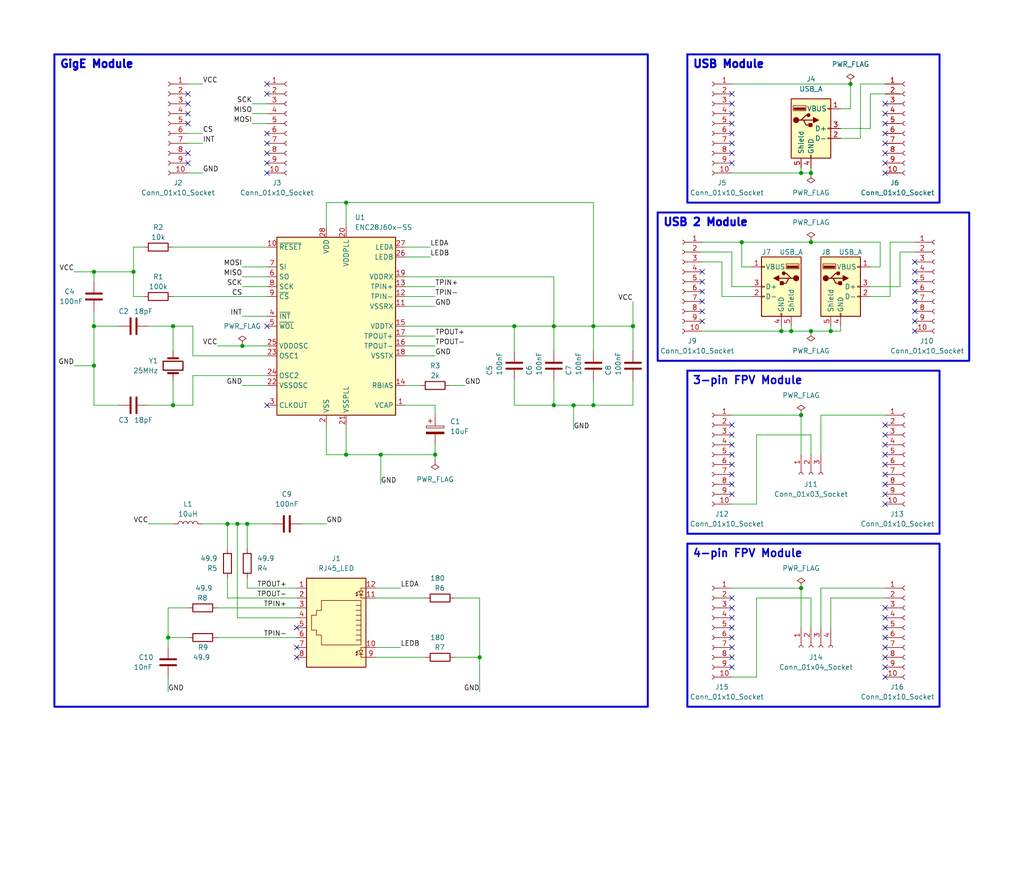
<source format=kicad_sch>
(kicad_sch (version 20230121) (generator eeschema)
  (paper "User" 262.992 227.99)
  (title_block (title "Modular Interfaces for Bitcraze Crazyflie 2.0") (date "2023-10-04") (company "Jose Ignacio Granados Marín") (comment 1 "Desarrollo de un vehículo aéreo no tripulado modular de bajo costo") (comment 2 "Trabajo Final de Graduación") (comment 3 "Área Académica de Ingeniería en Computadores") (comment 4 "Instituto Tecnológico de Costa Rica"))
  (lib_symbols
    (symbol "Connector:Conn_01x03_Socket" (pin_names (offset 1.016) hide)
      (property "Reference" "J" (at 0 5.08 0))
      (property "Value" "Conn_01x03_Socket" (at 0 -5.08 0))
      (symbol "Conn_01x03_Socket_1_1"
        (arc (start 0 -2.032) (mid -0.5058 -2.54) (end 0 -3.048) (stroke (width 0.1524)))
        (polyline (pts (xy -1.27 -2.54) (xy -0.508 -2.54)) (stroke (width 0.1524)))
        (polyline (pts (xy -1.27 0) (xy -0.508 0)) (stroke (width 0.1524)))
        (polyline (pts (xy -1.27 2.54) (xy -0.508 2.54)) (stroke (width 0.1524)))
        (arc (start 0 0.508) (mid -0.5058 0) (end 0 -0.508) (stroke (width 0.1524)))
        (arc (start 0 3.048) (mid -0.5058 2.54) (end 0 2.032) (stroke (width 0.1524)))
        (pin passive line (at -5.08 2.54 0) (length 3.81) (name "Pin_1") (number "1"))
        (pin passive line (at -5.08 0 0) (length 3.81) (name "Pin_2") (number "2"))
        (pin passive line (at -5.08 -2.54 0) (length 3.81) (name "Pin_3") (number "3"))
      )
    )
    (symbol "Connector:Conn_01x04_Socket" (pin_names (offset 1.016) hide)
      (property "Reference" "J" (at 0 5.08 0))
      (property "Value" "Conn_01x04_Socket" (at 0 -7.62 0))
      (symbol "Conn_01x04_Socket_1_1"
        (arc (start 0 -4.572) (mid -0.5058 -5.08) (end 0 -5.588) (stroke (width 0.1524)))
        (arc (start 0 -2.032) (mid -0.5058 -2.54) (end 0 -3.048) (stroke (width 0.1524)))
        (polyline (pts (xy -1.27 -5.08) (xy -0.508 -5.08)) (stroke (width 0.1524)))
        (polyline (pts (xy -1.27 -2.54) (xy -0.508 -2.54)) (stroke (width 0.1524)))
        (polyline (pts (xy -1.27 0) (xy -0.508 0)) (stroke (width 0.1524)))
        (polyline (pts (xy -1.27 2.54) (xy -0.508 2.54)) (stroke (width 0.1524)))
        (arc (start 0 0.508) (mid -0.5058 0) (end 0 -0.508) (stroke (width 0.1524)))
        (arc (start 0 3.048) (mid -0.5058 2.54) (end 0 2.032) (stroke (width 0.1524)))
        (pin passive line (at -5.08 2.54 0) (length 3.81) (name "Pin_1") (number "1"))
        (pin passive line (at -5.08 0 0) (length 3.81) (name "Pin_2") (number "2"))
        (pin passive line (at -5.08 -2.54 0) (length 3.81) (name "Pin_3") (number "3"))
        (pin passive line (at -5.08 -5.08 0) (length 3.81) (name "Pin_4") (number "4"))
      )
    )
    (symbol "Connector:Conn_01x10_Socket" (pin_names (offset 1.016) hide)
      (property "Reference" "J" (at 0 12.7 0))
      (property "Value" "Conn_01x10_Socket" (at 0 -15.24 0))
      (symbol "Conn_01x10_Socket_1_1"
        (arc (start 0 -12.192) (mid -0.5058 -12.7) (end 0 -13.208) (stroke (width 0.1524)))
        (arc (start 0 -9.652) (mid -0.5058 -10.16) (end 0 -10.668) (stroke (width 0.1524)))
        (arc (start 0 -7.112) (mid -0.5058 -7.62) (end 0 -8.128) (stroke (width 0.1524)))
        (arc (start 0 -4.572) (mid -0.5058 -5.08) (end 0 -5.588) (stroke (width 0.1524)))
        (arc (start 0 -2.032) (mid -0.5058 -2.54) (end 0 -3.048) (stroke (width 0.1524)))
        (polyline (pts (xy -1.27 -12.7) (xy -0.508 -12.7)) (stroke (width 0.1524)))
        (polyline (pts (xy -1.27 -10.16) (xy -0.508 -10.16)) (stroke (width 0.1524)))
        (polyline (pts (xy -1.27 -7.62) (xy -0.508 -7.62)) (stroke (width 0.1524)))
        (polyline (pts (xy -1.27 -5.08) (xy -0.508 -5.08)) (stroke (width 0.1524)))
        (polyline (pts (xy -1.27 -2.54) (xy -0.508 -2.54)) (stroke (width 0.1524)))
        (polyline (pts (xy -1.27 0) (xy -0.508 0)) (stroke (width 0.1524)))
        (polyline (pts (xy -1.27 2.54) (xy -0.508 2.54)) (stroke (width 0.1524)))
        (polyline (pts (xy -1.27 5.08) (xy -0.508 5.08)) (stroke (width 0.1524)))
        (polyline (pts (xy -1.27 7.62) (xy -0.508 7.62)) (stroke (width 0.1524)))
        (polyline (pts (xy -1.27 10.16) (xy -0.508 10.16)) (stroke (width 0.1524)))
        (arc (start 0 0.508) (mid -0.5058 0) (end 0 -0.508) (stroke (width 0.1524)))
        (arc (start 0 3.048) (mid -0.5058 2.54) (end 0 2.032) (stroke (width 0.1524)))
        (arc (start 0 5.588) (mid -0.5058 5.08) (end 0 4.572) (stroke (width 0.1524)))
        (arc (start 0 8.128) (mid -0.5058 7.62) (end 0 7.112) (stroke (width 0.1524)))
        (arc (start 0 10.668) (mid -0.5058 10.16) (end 0 9.652) (stroke (width 0.1524)))
        (pin passive line (at -5.08 10.16 0) (length 3.81) (name "Pin_1") (number "1"))
        (pin passive line (at -5.08 -12.7 0) (length 3.81) (name "Pin_10") (number "10"))
        (pin passive line (at -5.08 7.62 0) (length 3.81) (name "Pin_2") (number "2"))
        (pin passive line (at -5.08 5.08 0) (length 3.81) (name "Pin_3") (number "3"))
        (pin passive line (at -5.08 2.54 0) (length 3.81) (name "Pin_4") (number "4"))
        (pin passive line (at -5.08 0 0) (length 3.81) (name "Pin_5") (number "5"))
        (pin passive line (at -5.08 -2.54 0) (length 3.81) (name "Pin_6") (number "6"))
        (pin passive line (at -5.08 -5.08 0) (length 3.81) (name "Pin_7") (number "7"))
        (pin passive line (at -5.08 -7.62 0) (length 3.81) (name "Pin_8") (number "8"))
        (pin passive line (at -5.08 -10.16 0) (length 3.81) (name "Pin_9") (number "9"))
      )
    )
    (symbol "Connector:RJ45_LED" (pin_names (offset 1.016))
      (property "Reference" "J" (at -5.08 13.97 0))
      (property "Value" "RJ45_LED" (at 1.27 13.97 0))
      (symbol "RJ45_LED_0_1"
        (polyline (pts (xy -7.62 -7.62) (xy -6.35 -7.62)))
        (polyline (pts (xy -7.62 -5.08) (xy -6.35 -5.08)))
        (polyline (pts (xy -7.62 7.62) (xy -6.35 7.62)))
        (polyline (pts (xy -7.62 10.16) (xy -6.35 10.16)))
        (polyline (pts (xy -6.858 -5.842) (xy -5.842 -5.842)))
        (polyline (pts (xy -6.858 9.398) (xy -5.842 9.398)))
        (polyline (pts (xy -6.35 -7.62) (xy -6.35 -6.858)))
        (polyline (pts (xy -6.35 -5.08) (xy -6.35 -5.842)))
        (polyline (pts (xy -6.35 7.62) (xy -6.35 8.382)))
        (polyline (pts (xy -6.35 10.16) (xy -6.35 9.398)))
        (polyline (pts (xy -5.08 -6.223) (xy -5.207 -6.604)))
        (polyline (pts (xy -5.08 -5.588) (xy -5.207 -5.969)))
        (polyline (pts (xy -5.08 4.445) (xy -6.35 4.445)))
        (polyline (pts (xy -5.08 5.715) (xy -6.35 5.715)))
        (polyline (pts (xy -5.08 9.017) (xy -5.207 8.636)))
        (polyline (pts (xy -5.08 9.652) (xy -5.207 9.271)))
        (polyline (pts (xy -6.35 -3.175) (xy -5.08 -3.175) (xy -5.08 -3.175)))
        (polyline (pts (xy -6.35 -1.905) (xy -5.08 -1.905) (xy -5.08 -1.905)))
        (polyline (pts (xy -6.35 -0.635) (xy -5.08 -0.635) (xy -5.08 -0.635)))
        (polyline (pts (xy -6.35 0.635) (xy -5.08 0.635) (xy -5.08 0.635)))
        (polyline (pts (xy -6.35 1.905) (xy -5.08 1.905) (xy -5.08 1.905)))
        (polyline (pts (xy -5.588 -6.731) (xy -5.08 -6.223) (xy -5.461 -6.35)))
        (polyline (pts (xy -5.588 -6.096) (xy -5.08 -5.588) (xy -5.461 -5.715)))
        (polyline (pts (xy -5.588 8.509) (xy -5.08 9.017) (xy -5.461 8.89)))
        (polyline (pts (xy -5.588 9.144) (xy -5.08 9.652) (xy -5.461 9.525)))
        (polyline (pts (xy -5.08 3.175) (xy -6.35 3.175) (xy -6.35 3.175)))
        (polyline (pts (xy -6.35 -5.842) (xy -6.858 -6.858) (xy -5.842 -6.858) (xy -6.35 -5.842)))
        (polyline (pts (xy -6.35 9.398) (xy -6.858 8.382) (xy -5.842 8.382) (xy -6.35 9.398)))
        (polyline (pts (xy -6.35 -4.445) (xy -6.35 6.985) (xy 3.81 6.985) (xy 3.81 4.445) (xy 5.08 4.445) (xy 5.08 3.175) (xy 6.35 3.175) (xy 6.35 -0.635) (xy 5.08 -0.635) (xy 5.08 -1.905) (xy 3.81 -1.905) (xy 3.81 -4.445) (xy -6.35 -4.445) (xy -6.35 -4.445)))
        (rectangle (start 7.62 12.7) (end -7.62 -10.16) (stroke (width 0.254)) (fill (type background)))
      )
      (symbol "RJ45_LED_1_1"
        (pin passive line (at 10.16 -7.62 180) (length 2.54) (name "~") (number "1"))
        (pin passive line (at -10.16 7.62 0) (length 2.54) (name "~") (number "10"))
        (pin passive line (at -10.16 -5.08 0) (length 2.54) (name "~") (number "11"))
        (pin passive line (at -10.16 -7.62 0) (length 2.54) (name "~") (number "12"))
        (pin passive line (at 10.16 -5.08 180) (length 2.54) (name "~") (number "2"))
        (pin passive line (at 10.16 -2.54 180) (length 2.54) (name "~") (number "3"))
        (pin passive line (at 10.16 0 180) (length 2.54) (name "~") (number "4"))
        (pin passive line (at 10.16 2.54 180) (length 2.54) (name "~") (number "5"))
        (pin passive line (at 10.16 5.08 180) (length 2.54) (name "~") (number "6"))
        (pin passive line (at 10.16 7.62 180) (length 2.54) (name "~") (number "7"))
        (pin passive line (at 10.16 10.16 180) (length 2.54) (name "~") (number "8"))
        (pin passive line (at -10.16 10.16 0) (length 2.54) (name "~") (number "9"))
      )
    )
    (symbol "Connector:USB_A" (pin_names (offset 1.016))
      (property "Reference" "J" (at -5.08 11.43 0))
      (property "Value" "USB_A" (at -5.08 8.89 0))
      (symbol "USB_A_0_1"
        (rectangle (start -5.08 -7.62) (end 5.08 7.62) (stroke (width 0.254)) (fill (type background)))
        (circle (center -3.81 2.159) (radius 0.635) (stroke (width 0.254)) (fill (type outline)))
        (rectangle (start -1.524 4.826) (end -4.318 5.334) (fill (type outline)))
        (rectangle (start -1.27 4.572) (end -4.572 5.842))
        (circle (center -0.635 3.429) (radius 0.381) (stroke (width 0.254)) (fill (type outline)))
        (rectangle (start -0.127 -7.62) (end 0.127 -6.858))
        (polyline (pts (xy -3.175 2.159) (xy -2.54 2.159) (xy -1.27 3.429) (xy -0.635 3.429)) (stroke (width 0.254)))
        (polyline (pts (xy -2.54 2.159) (xy -1.905 2.159) (xy -1.27 0.889) (xy 0 0.889)) (stroke (width 0.254)))
        (polyline (pts (xy 0.635 2.794) (xy 0.635 1.524) (xy 1.905 2.159) (xy 0.635 2.794)) (stroke (width 0.254)) (fill (type outline)))
        (rectangle (start 0.254 1.27) (end -0.508 0.508) (stroke (width 0.254)) (fill (type outline)))
        (rectangle (start 5.08 -2.667) (end 4.318 -2.413))
        (rectangle (start 5.08 -0.127) (end 4.318 0.127))
        (rectangle (start 5.08 4.953) (end 4.318 5.207))
      )
      (symbol "USB_A_1_1"
        (polyline (pts (xy -1.905 2.159) (xy 0.635 2.159)) (stroke (width 0.254)))
        (pin power_in line (at 7.62 5.08 180) (length 2.54) (name "VBUS") (number "1"))
        (pin bidirectional line (at 7.62 -2.54 180) (length 2.54) (name "D-") (number "2"))
        (pin bidirectional line (at 7.62 0 180) (length 2.54) (name "D+") (number "3"))
        (pin power_in line (at 0 -10.16 90) (length 2.54) (name "GND") (number "4"))
        (pin passive line (at -2.54 -10.16 90) (length 2.54) (name "Shield") (number "5"))
      )
    )
    (symbol "Device:C" (pin_numbers hide) (pin_names (offset 0.254))
      (property "Reference" "C" (at 0.635 2.54 0))
      (property "Value" "C" (at 0.635 -2.54 0))
      (symbol "C_0_1"
        (polyline (pts (xy -2.032 -0.762) (xy 2.032 -0.762)) (stroke (width 0.508)))
        (polyline (pts (xy -2.032 0.762) (xy 2.032 0.762)) (stroke (width 0.508)))
      )
      (symbol "C_1_1"
        (pin passive line (at 0 3.81 270) (length 2.794) (name "~") (number "1"))
        (pin passive line (at 0 -3.81 90) (length 2.794) (name "~") (number "2"))
      )
    )
    (symbol "Device:C_Polarized" (pin_numbers hide) (pin_names (offset 0.254))
      (property "Reference" "C" (at 0.635 2.54 0))
      (property "Value" "C_Polarized" (at 0.635 -2.54 0))
      (symbol "C_Polarized_0_1"
        (rectangle (start -2.286 0.508) (end 2.286 1.016))
        (polyline (pts (xy -1.778 2.286) (xy -0.762 2.286)))
        (polyline (pts (xy -1.27 2.794) (xy -1.27 1.778)))
        (rectangle (start 2.286 -0.508) (end -2.286 -1.016) (fill (type outline)))
      )
      (symbol "C_Polarized_1_1"
        (pin passive line (at 0 3.81 270) (length 2.794) (name "~") (number "1"))
        (pin passive line (at 0 -3.81 90) (length 2.794) (name "~") (number "2"))
      )
    )
    (symbol "Device:Crystal" (pin_numbers hide) (pin_names (offset 1.016) hide)
      (property "Reference" "Y" (at 0 3.81 0))
      (property "Value" "Crystal" (at 0 -3.81 0))
      (symbol "Crystal_0_1"
        (rectangle (start -1.143 2.54) (end 1.143 -2.54) (stroke (width 0.3048)))
        (polyline (pts (xy -2.54 0) (xy -1.905 0)))
        (polyline (pts (xy -1.905 -1.27) (xy -1.905 1.27)) (stroke (width 0.508)))
        (polyline (pts (xy 1.905 -1.27) (xy 1.905 1.27)) (stroke (width 0.508)))
        (polyline (pts (xy 2.54 0) (xy 1.905 0)))
      )
      (symbol "Crystal_1_1"
        (pin passive line (at -3.81 0 0) (length 1.27) (name "1") (number "1"))
        (pin passive line (at 3.81 0 180) (length 1.27) (name "2") (number "2"))
      )
    )
    (symbol "Device:L" (pin_numbers hide) (pin_names (offset 1.016) hide)
      (property "Reference" "L" (at -1.27 0 90))
      (property "Value" "L" (at 1.905 0 90))
      (symbol "L_0_1"
        (arc (start 0 -2.54) (mid 0.6323 -1.905) (end 0 -1.27))
        (arc (start 0 -1.27) (mid 0.6323 -0.635) (end 0 0))
        (arc (start 0 0) (mid 0.6323 0.635) (end 0 1.27))
        (arc (start 0 1.27) (mid 0.6323 1.905) (end 0 2.54))
      )
      (symbol "L_1_1"
        (pin passive line (at 0 3.81 270) (length 1.27) (name "1") (number "1"))
        (pin passive line (at 0 -3.81 90) (length 1.27) (name "2") (number "2"))
      )
    )
    (symbol "Device:R" (pin_numbers hide) (pin_names (offset 0))
      (property "Reference" "R" (at 2.032 0 90))
      (property "Value" "R" (at 0 0 90))
      (symbol "R_0_1"
        (rectangle (start -1.016 -2.54) (end 1.016 2.54) (stroke (width 0.254)))
      )
      (symbol "R_1_1"
        (pin passive line (at 0 3.81 270) (length 1.27) (name "~") (number "1"))
        (pin passive line (at 0 -3.81 90) (length 1.27) (name "~") (number "2"))
      )
    )
    (symbol "Interface_Ethernet:ENC28J60x-SS"
      (property "Reference" "U" (at -13.97 24.13 0))
      (property "Value" "ENC28J60x-SS" (at 5.08 24.13 0))
      (symbol "ENC28J60x-SS_0_1"
        (rectangle (start -15.24 22.86) (end 15.24 -22.86) (stroke (width 0.254)) (fill (type background)))
      )
      (symbol "ENC28J60x-SS_1_1"
        (pin input line (at 17.78 -20.32 180) (length 2.54) (name "VCAP") (number "1"))
        (pin input line (at -17.78 20.32 0) (length 2.54) (name "~{RESET}") (number "10"))
        (pin power_in line (at 17.78 5.08 180) (length 2.54) (name "VSSRX") (number "11"))
        (pin input line (at 17.78 7.62 180) (length 2.54) (name "TPIN-") (number "12"))
        (pin input line (at 17.78 10.16 180) (length 2.54) (name "TPIN+") (number "13"))
        (pin input line (at 17.78 -15.24 180) (length 2.54) (name "RBIAS") (number "14"))
        (pin power_in line (at 17.78 0 180) (length 2.54) (name "VDDTX") (number "15"))
        (pin output line (at 17.78 -5.08 180) (length 2.54) (name "TPOUT-") (number "16"))
        (pin output line (at 17.78 -2.54 180) (length 2.54) (name "TPOUT+") (number "17"))
        (pin power_in line (at 17.78 -7.62 180) (length 2.54) (name "VSSTX") (number "18"))
        (pin power_in line (at 17.78 12.7 180) (length 2.54) (name "VDDRX") (number "19"))
        (pin power_in line (at -2.54 -25.4 90) (length 2.54) (name "VSS") (number "2"))
        (pin power_in line (at 2.54 25.4 270) (length 2.54) (name "VDDPLL") (number "20"))
        (pin power_in line (at 2.54 -25.4 90) (length 2.54) (name "VSSPLL") (number "21"))
        (pin power_in line (at -17.78 -15.24 0) (length 2.54) (name "VSSOSC") (number "22"))
        (pin input line (at -17.78 -7.62 0) (length 2.54) (name "OSC1") (number "23"))
        (pin input line (at -17.78 -12.7 0) (length 2.54) (name "OSC2") (number "24"))
        (pin power_in line (at -17.78 -5.08 0) (length 2.54) (name "VDDOSC") (number "25"))
        (pin output line (at 17.78 17.78 180) (length 2.54) (name "LEDB") (number "26"))
        (pin output line (at 17.78 20.32 180) (length 2.54) (name "LEDA") (number "27"))
        (pin power_in line (at -2.54 25.4 270) (length 2.54) (name "VDD") (number "28"))
        (pin output line (at -17.78 -20.32 0) (length 2.54) (name "CLKOUT") (number "3"))
        (pin output line (at -17.78 2.54 0) (length 2.54) (name "~{INT}") (number "4"))
        (pin output line (at -17.78 0 0) (length 2.54) (name "~{WOL}") (number "5"))
        (pin output line (at -17.78 12.7 0) (length 2.54) (name "SO") (number "6"))
        (pin input line (at -17.78 15.24 0) (length 2.54) (name "SI") (number "7"))
        (pin input line (at -17.78 10.16 0) (length 2.54) (name "SCK") (number "8"))
        (pin input line (at -17.78 7.62 0) (length 2.54) (name "~{CS}") (number "9"))
      )
    )
    (symbol "power:PWR_FLAG" (power) (pin_numbers hide) (pin_names (offset 0) hide)
      (property "Value" "PWR_FLAG" (at 0 3.81 0))
      (symbol "PWR_FLAG_0_0"
        (pin power_out line (at 0 0 90) (length 0) (name "pwr") (number "1"))
      )
      (symbol "PWR_FLAG_0_1"
        (polyline (pts (xy 0 0) (xy 0 1.27) (xy -1.016 1.905) (xy 0 2.54) (xy 1.016 1.905) (xy 0 1.27)))
      )
    )
  )
  (junction (at 88.9 52.07))
  (junction (at 24.13 69.85))
  (junction (at 24.13 83.82))
  (junction (at 205.74 106.68))
  (junction (at 142.24 104.14))
  (junction (at 44.45 104.14))
  (junction (at 200.66 85.09))
  (junction (at 152.4 104.14))
  (junction (at 142.24 83.82))
  (junction (at 152.4 83.82))
  (junction (at 111.76 116.84))
  (junction (at 43.18 163.83))
  (junction (at 63.5 134.62))
  (junction (at 208.28 44.45))
  (junction (at 44.45 83.82))
  (junction (at 213.36 85.09))
  (junction (at 34.29 69.85))
  (junction (at 123.19 168.91))
  (junction (at 24.13 93.98))
  (junction (at 208.28 85.09))
  (junction (at 218.44 21.59))
  (junction (at 205.74 151.13))
  (junction (at 208.28 62.23))
  (junction (at 97.79 116.84))
  (junction (at 190.5 62.23))
  (junction (at 58.42 134.62))
  (junction (at 147.32 104.14))
  (junction (at 132.08 83.82))
  (junction (at 60.96 134.62))
  (junction (at 162.56 83.82))
  (junction (at 62.23 88.9))
  (junction (at 88.9 116.84))
  (junction (at 205.74 44.45))
  (junction (at 203.2 85.09))
  (no_connect (at 227.33 173.99))
  (no_connect (at 227.33 129.54))
  (no_connect (at 68.58 44.45))
  (no_connect (at 187.96 171.45))
  (no_connect (at 76.2 168.91))
  (no_connect (at 227.33 171.45))
  (no_connect (at 187.96 124.46))
  (no_connect (at 187.96 39.37))
  (no_connect (at 227.33 39.37))
  (no_connect (at 227.33 121.92))
  (no_connect (at 68.58 34.29))
  (no_connect (at 48.26 24.13))
  (no_connect (at 180.34 80.01))
  (no_connect (at 227.33 41.91))
  (no_connect (at 187.96 114.3))
  (no_connect (at 227.33 114.3))
  (no_connect (at 68.58 39.37))
  (no_connect (at 187.96 168.91))
  (no_connect (at 227.33 29.21))
  (no_connect (at 234.95 74.93))
  (no_connect (at 227.33 109.22))
  (no_connect (at 180.34 69.85))
  (no_connect (at 187.96 153.67))
  (no_connect (at 227.33 158.75))
  (no_connect (at 227.33 34.29))
  (no_connect (at 48.26 39.37))
  (no_connect (at 187.96 31.75))
  (no_connect (at 68.58 41.91))
  (no_connect (at 68.58 104.14))
  (no_connect (at 187.96 41.91))
  (no_connect (at 187.96 127))
  (no_connect (at 76.2 161.29))
  (no_connect (at 234.95 85.09))
  (no_connect (at 180.34 74.93))
  (no_connect (at 227.33 163.83))
  (no_connect (at 68.58 24.13))
  (no_connect (at 187.96 116.84))
  (no_connect (at 76.2 166.37))
  (no_connect (at 234.95 77.47))
  (no_connect (at 48.26 26.67))
  (no_connect (at 227.33 36.83))
  (no_connect (at 234.95 67.31))
  (no_connect (at 227.33 127))
  (no_connect (at 68.58 83.82))
  (no_connect (at 227.33 31.75))
  (no_connect (at 227.33 124.46))
  (no_connect (at 48.26 41.91))
  (no_connect (at 227.33 26.67))
  (no_connect (at 187.96 24.13))
  (no_connect (at 227.33 44.45))
  (no_connect (at 227.33 119.38))
  (no_connect (at 180.34 77.47))
  (no_connect (at 187.96 163.83))
  (no_connect (at 234.95 69.85))
  (no_connect (at 187.96 29.21))
  (no_connect (at 187.96 161.29))
  (no_connect (at 227.33 116.84))
  (no_connect (at 187.96 36.83))
  (no_connect (at 187.96 111.76))
  (no_connect (at 180.34 72.39))
  (no_connect (at 68.58 36.83))
  (no_connect (at 227.33 161.29))
  (no_connect (at 187.96 119.38))
  (no_connect (at 227.33 111.76))
  (no_connect (at 68.58 21.59))
  (no_connect (at 187.96 26.67))
  (no_connect (at 234.95 72.39))
  (no_connect (at 227.33 168.91))
  (no_connect (at 227.33 166.37))
  (no_connect (at 187.96 166.37))
  (no_connect (at 234.95 80.01))
  (no_connect (at 48.26 29.21))
  (no_connect (at 234.95 82.55))
  (no_connect (at 180.34 82.55))
  (no_connect (at 187.96 34.29))
  (no_connect (at 187.96 109.22))
  (no_connect (at 187.96 121.92))
  (no_connect (at 48.26 31.75))
  (no_connect (at 227.33 156.21))
  (no_connect (at 187.96 156.21))
  (no_connect (at 187.96 158.75))
  (wire (pts (xy 44.45 76.2) (xy 68.58 76.2)))
  (wire (pts (xy 220.98 35.56) (xy 220.98 21.59)))
  (wire (pts (xy 97.79 116.84) (xy 97.79 124.46)))
  (wire (pts (xy 193.04 73.66) (xy 187.96 73.66)))
  (wire (pts (xy 44.45 83.82) (xy 38.1 83.82)))
  (wire (pts (xy 48.26 44.45) (xy 52.07 44.45)))
  (wire (pts (xy 210.82 151.13) (xy 227.33 151.13)))
  (wire (pts (xy 132.08 90.17) (xy 132.08 83.82)))
  (wire (pts (xy 83.82 116.84) (xy 88.9 116.84)))
  (wire (pts (xy 187.96 73.66) (xy 187.96 64.77)))
  (wire (pts (xy 208.28 85.09) (xy 203.2 85.09)))
  (wire (pts (xy 62.23 71.12) (xy 68.58 71.12)))
  (wire (pts (xy 104.14 63.5) (xy 110.49 63.5)))
  (wire (pts (xy 210.82 161.29) (xy 210.82 151.13)))
  (wire (pts (xy 44.45 97.79) (xy 44.45 104.14)))
  (wire (pts (xy 190.5 62.23) (xy 190.5 68.58)))
  (wire (pts (xy 62.23 88.9) (xy 68.58 88.9)))
  (wire (pts (xy 218.44 27.94) (xy 218.44 21.59)))
  (wire (pts (xy 132.08 104.14) (xy 142.24 104.14)))
  (wire (pts (xy 132.08 83.82) (xy 142.24 83.82)))
  (wire (pts (xy 104.14 78.74) (xy 111.76 78.74)))
  (wire (pts (xy 76.2 158.75) (xy 60.96 158.75)))
  (wire (pts (xy 152.4 83.82) (xy 162.56 83.82)))
  (wire (pts (xy 185.42 76.2) (xy 185.42 67.31)))
  (wire (pts (xy 104.14 88.9) (xy 111.76 88.9)))
  (wire (pts (xy 194.31 173.99) (xy 187.96 173.99)))
  (wire (pts (xy 205.74 106.68) (xy 187.96 106.68)))
  (wire (pts (xy 115.57 99.06) (xy 119.38 99.06)))
  (wire (pts (xy 142.24 83.82) (xy 142.24 90.17)))
  (wire (pts (xy 162.56 83.82) (xy 162.56 90.17)))
  (wire (pts (xy 43.18 163.83) (xy 43.18 156.21)))
  (wire (pts (xy 223.52 76.2) (xy 228.6 76.2)))
  (wire (pts (xy 104.14 66.04) (xy 110.49 66.04)))
  (wire (pts (xy 210.82 106.68) (xy 227.33 106.68)))
  (wire (pts (xy 213.36 153.67) (xy 227.33 153.67)))
  (wire (pts (xy 88.9 109.22) (xy 88.9 116.84)))
  (wire (pts (xy 96.52 168.91) (xy 109.22 168.91)))
  (wire (pts (xy 111.76 114.3) (xy 111.76 116.84)))
  (wire (pts (xy 96.52 153.67) (xy 109.22 153.67)))
  (wire (pts (xy 226.06 68.58) (xy 223.52 68.58)))
  (wire (pts (xy 60.96 158.75) (xy 60.96 134.62)))
  (wire (pts (xy 52.07 134.62) (xy 58.42 134.62)))
  (wire (pts (xy 63.5 151.13) (xy 63.5 148.59)))
  (wire (pts (xy 63.5 134.62) (xy 63.5 140.97)))
  (wire (pts (xy 205.74 161.29) (xy 205.74 151.13)))
  (wire (pts (xy 142.24 97.79) (xy 142.24 104.14)))
  (wire (pts (xy 48.26 36.83) (xy 52.07 36.83)))
  (wire (pts (xy 104.14 86.36) (xy 111.76 86.36)))
  (wire (pts (xy 49.53 91.44) (xy 49.53 83.82)))
  (wire (pts (xy 97.79 116.84) (xy 111.76 116.84)))
  (wire (pts (xy 104.14 76.2) (xy 111.76 76.2)))
  (wire (pts (xy 55.88 156.21) (xy 76.2 156.21)))
  (wire (pts (xy 218.44 21.59) (xy 187.96 21.59)))
  (wire (pts (xy 24.13 83.82) (xy 30.48 83.82)))
  (wire (pts (xy 194.31 129.54) (xy 187.96 129.54)))
  (wire (pts (xy 123.19 153.67) (xy 123.19 168.91)))
  (wire (pts (xy 147.32 104.14) (xy 152.4 104.14)))
  (wire (pts (xy 43.18 163.83) (xy 48.26 163.83)))
  (wire (pts (xy 111.76 118.11) (xy 111.76 116.84)))
  (wire (pts (xy 52.07 21.59) (xy 48.26 21.59)))
  (wire (pts (xy 215.9 85.09) (xy 213.36 85.09)))
  (wire (pts (xy 104.14 99.06) (xy 107.95 99.06)))
  (wire (pts (xy 231.14 64.77) (xy 234.95 64.77)))
  (wire (pts (xy 152.4 104.14) (xy 162.56 104.14)))
  (wire (pts (xy 64.77 26.67) (xy 68.58 26.67)))
  (wire (pts (xy 63.5 134.62) (xy 69.85 134.62)))
  (wire (pts (xy 58.42 134.62) (xy 58.42 140.97)))
  (wire (pts (xy 24.13 80.01) (xy 24.13 83.82)))
  (wire (pts (xy 185.42 67.31) (xy 180.34 67.31)))
  (wire (pts (xy 208.28 85.09) (xy 213.36 85.09)))
  (wire (pts (xy 55.88 163.83) (xy 76.2 163.83)))
  (wire (pts (xy 44.45 104.14) (xy 38.1 104.14)))
  (wire (pts (xy 142.24 71.12) (xy 142.24 83.82)))
  (wire (pts (xy 68.58 96.52) (xy 49.53 96.52)))
  (wire (pts (xy 231.14 73.66) (xy 231.14 64.77)))
  (wire (pts (xy 34.29 76.2) (xy 36.83 76.2)))
  (wire (pts (xy 116.84 168.91) (xy 123.19 168.91)))
  (wire (pts (xy 208.28 62.23) (xy 226.06 62.23)))
  (wire (pts (xy 77.47 134.62) (xy 83.82 134.62)))
  (wire (pts (xy 208.28 62.23) (xy 190.5 62.23)))
  (wire (pts (xy 205.74 116.84) (xy 205.74 106.68)))
  (wire (pts (xy 43.18 156.21) (xy 48.26 156.21)))
  (wire (pts (xy 228.6 62.23) (xy 234.95 62.23)))
  (wire (pts (xy 215.9 33.02) (xy 223.52 33.02)))
  (wire (pts (xy 60.96 134.62) (xy 63.5 134.62)))
  (wire (pts (xy 190.5 62.23) (xy 180.34 62.23)))
  (wire (pts (xy 210.82 116.84) (xy 210.82 106.68)))
  (wire (pts (xy 208.28 153.67) (xy 194.31 153.67)))
  (wire (pts (xy 43.18 173.99) (xy 43.18 177.8)))
  (wire (pts (xy 223.52 33.02) (xy 223.52 24.13)))
  (wire (pts (xy 215.9 83.82) (xy 215.9 85.09)))
  (wire (pts (xy 220.98 21.59) (xy 227.33 21.59)))
  (wire (pts (xy 64.77 29.21) (xy 68.58 29.21)))
  (wire (pts (xy 123.19 168.91) (xy 123.19 177.8)))
  (wire (pts (xy 19.05 93.98) (xy 24.13 93.98)))
  (wire (pts (xy 223.52 24.13) (xy 227.33 24.13)))
  (wire (pts (xy 203.2 85.09) (xy 200.66 85.09)))
  (wire (pts (xy 88.9 52.07) (xy 88.9 58.42)))
  (wire (pts (xy 187.96 64.77) (xy 180.34 64.77)))
  (wire (pts (xy 83.82 109.22) (xy 83.82 116.84)))
  (wire (pts (xy 200.66 85.09) (xy 180.34 85.09)))
  (wire (pts (xy 34.29 69.85) (xy 34.29 76.2)))
  (wire (pts (xy 96.52 166.37) (xy 102.87 166.37)))
  (wire (pts (xy 208.28 161.29) (xy 208.28 153.67)))
  (wire (pts (xy 226.06 68.58) (xy 226.06 62.23)))
  (wire (pts (xy 49.53 96.52) (xy 49.53 104.14)))
  (wire (pts (xy 24.13 93.98) (xy 24.13 83.82)))
  (wire (pts (xy 104.14 91.44) (xy 111.76 91.44)))
  (wire (pts (xy 208.28 116.84) (xy 208.28 111.76)))
  (wire (pts (xy 213.36 161.29) (xy 213.36 153.67)))
  (wire (pts (xy 44.45 63.5) (xy 68.58 63.5)))
  (wire (pts (xy 62.23 73.66) (xy 68.58 73.66)))
  (wire (pts (xy 96.52 151.13) (xy 102.87 151.13)))
  (wire (pts (xy 152.4 52.07) (xy 152.4 83.82)))
  (wire (pts (xy 200.66 83.82) (xy 200.66 85.09)))
  (wire (pts (xy 152.4 83.82) (xy 152.4 90.17)))
  (wire (pts (xy 104.14 73.66) (xy 111.76 73.66)))
  (wire (pts (xy 36.83 63.5) (xy 34.29 63.5)))
  (wire (pts (xy 62.23 99.06) (xy 68.58 99.06)))
  (wire (pts (xy 24.13 69.85) (xy 34.29 69.85)))
  (wire (pts (xy 44.45 83.82) (xy 44.45 90.17)))
  (wire (pts (xy 43.18 166.37) (xy 43.18 163.83)))
  (wire (pts (xy 49.53 83.82) (xy 44.45 83.82)))
  (wire (pts (xy 58.42 153.67) (xy 76.2 153.67)))
  (wire (pts (xy 34.29 63.5) (xy 34.29 69.85)))
  (wire (pts (xy 68.58 91.44) (xy 49.53 91.44)))
  (wire (pts (xy 228.6 76.2) (xy 228.6 62.23)))
  (wire (pts (xy 38.1 134.62) (xy 44.45 134.62)))
  (wire (pts (xy 223.52 73.66) (xy 231.14 73.66)))
  (wire (pts (xy 132.08 97.79) (xy 132.08 104.14)))
  (wire (pts (xy 104.14 83.82) (xy 132.08 83.82)))
  (wire (pts (xy 88.9 52.07) (xy 152.4 52.07)))
  (wire (pts (xy 142.24 83.82) (xy 152.4 83.82)))
  (wire (pts (xy 83.82 52.07) (xy 83.82 58.42)))
  (wire (pts (xy 208.28 44.45) (xy 205.74 44.45)))
  (wire (pts (xy 24.13 104.14) (xy 24.13 93.98)))
  (wire (pts (xy 208.28 111.76) (xy 194.31 111.76)))
  (wire (pts (xy 104.14 104.14) (xy 111.76 104.14)))
  (wire (pts (xy 58.42 153.67) (xy 58.42 148.59)))
  (wire (pts (xy 63.5 151.13) (xy 76.2 151.13)))
  (wire (pts (xy 208.28 43.18) (xy 208.28 44.45)))
  (wire (pts (xy 147.32 104.14) (xy 147.32 110.49)))
  (wire (pts (xy 64.77 31.75) (xy 68.58 31.75)))
  (wire (pts (xy 203.2 83.82) (xy 203.2 85.09)))
  (wire (pts (xy 19.05 69.85) (xy 24.13 69.85)))
  (wire (pts (xy 193.04 68.58) (xy 190.5 68.58)))
  (wire (pts (xy 193.04 76.2) (xy 185.42 76.2)))
  (wire (pts (xy 30.48 104.14) (xy 24.13 104.14)))
  (wire (pts (xy 194.31 153.67) (xy 194.31 173.99)))
  (wire (pts (xy 205.74 43.18) (xy 205.74 44.45)))
  (wire (pts (xy 218.44 27.94) (xy 215.9 27.94)))
  (wire (pts (xy 213.36 83.82) (xy 213.36 85.09)))
  (wire (pts (xy 48.26 34.29) (xy 52.07 34.29)))
  (wire (pts (xy 83.82 52.07) (xy 88.9 52.07)))
  (wire (pts (xy 88.9 116.84) (xy 97.79 116.84)))
  (wire (pts (xy 152.4 97.79) (xy 152.4 104.14)))
  (wire (pts (xy 62.23 81.28) (xy 68.58 81.28)))
  (wire (pts (xy 162.56 77.47) (xy 162.56 83.82)))
  (wire (pts (xy 55.88 88.9) (xy 62.23 88.9)))
  (wire (pts (xy 205.74 151.13) (xy 187.96 151.13)))
  (wire (pts (xy 215.9 35.56) (xy 220.98 35.56)))
  (wire (pts (xy 162.56 97.79) (xy 162.56 104.14)))
  (wire (pts (xy 58.42 134.62) (xy 60.96 134.62)))
  (wire (pts (xy 205.74 44.45) (xy 187.96 44.45)))
  (wire (pts (xy 62.23 68.58) (xy 68.58 68.58)))
  (wire (pts (xy 142.24 104.14) (xy 147.32 104.14)))
  (wire (pts (xy 111.76 104.14) (xy 111.76 106.68)))
  (wire (pts (xy 24.13 69.85) (xy 24.13 72.39)))
  (wire (pts (xy 49.53 104.14) (xy 44.45 104.14)))
  (wire (pts (xy 104.14 71.12) (xy 142.24 71.12)))
  (wire (pts (xy 116.84 153.67) (xy 123.19 153.67)))
  (wire (pts (xy 194.31 111.76) (xy 194.31 129.54)))
  (rectangle (start 176.53 95.25) (end 241.3 137.16) (stroke (width 0.5)))
  (rectangle (start 176.53 139.7) (end 241.3 181.61) (stroke (width 0.5)))
  (rectangle (start 168.91 54.61) (end 248.92 92.71) (stroke (width 0.5)))
  (rectangle (start 13.97 13.97) (end 166.37 181.61) (stroke (width 0.5)))
  (rectangle (start 176.53 13.97) (end 241.3 52.07) (stroke (width 0.5)))
  (text "3-pin FPV Module" (at 177.8 99.06 0) (effects (font (size 2 2) (thickness 0.4) bold) (justify left bottom)))
  (text "GigE Module" (at 15.24 17.78 0) (effects (font (size 2 2) (thickness 2) bold) (justify left bottom)))
  (text "4-pin FPV Module" (at 177.8 143.51 0) (effects (font (size 2 2) (thickness 0.4) bold) (justify left bottom)))
  (text "USB Module" (at 177.8 17.78 0) (effects (font (size 2 2) (thickness 0.8) bold) (justify left bottom)))
  (text "USB 2 Module" (at 170.18 58.42 0) (effects (font (size 2 2) (thickness 0.8) bold) (justify left bottom)))
  (label "TPIN-" (at 111.76 76.2 0))
  (label "GND" (at 97.79 124.46 0))
  (label "LEDA" (at 102.87 151.13 0))
  (label "CS" (at 52.07 34.29 0))
  (label "SCK" (at 64.77 26.67 180))
  (label "TPOUT+" (at 111.76 86.36 0))
  (label "GND" (at 111.76 78.74 0))
  (label "LEDA" (at 110.49 63.5 0))
  (label "CS" (at 62.23 76.2 180))
  (label "GND" (at 52.07 44.45 0))
  (label "INT" (at 52.07 36.83 0))
  (label "GND" (at 111.76 91.44 0))
  (label "GND" (at 123.19 177.8 180))
  (label "GND" (at 119.38 99.06 0))
  (label "TPIN+" (at 73.66 156.21 180))
  (label "MISO" (at 62.23 71.12 180))
  (label "GND" (at 19.05 93.98 180))
  (label "LEDB" (at 102.87 166.37 0))
  (label "MOSI" (at 62.23 68.58 180))
  (label "TPOUT-" (at 111.76 88.9 0))
  (label "TPOUT+" (at 66.04 151.13 0))
  (label "INT" (at 62.23 81.28 180))
  (label "TPIN+" (at 111.76 73.66 0))
  (label "GND" (at 43.18 177.8 0))
  (label "TPOUT-" (at 73.66 153.67 180))
  (label "TPIN-" (at 73.66 163.83 180))
  (label "GND" (at 83.82 134.62 0))
  (label "MISO" (at 64.77 29.21 180))
  (label "GND" (at 147.32 110.49 0))
  (label "VCC" (at 19.05 69.85 180))
  (label "SCK" (at 62.23 73.66 180))
  (label "VCC" (at 52.07 21.59 0))
  (label "VCC" (at 55.88 88.9 180))
  (label "GND" (at 62.23 99.06 180))
  (label "VCC" (at 38.1 134.62 180))
  (label "VCC" (at 162.56 77.47 180))
  (label "MOSI" (at 64.77 31.75 180))
  (label "LEDB" (at 110.49 66.04 0))
  (symbol (lib_id "Connector:Conn_01x10_Socket") (at 182.88 161.29 0) (mirror y) (unit 1)
    (property "Reference" "J15" (at 185.42 176.53 0))
    (property "Value" "Conn_01x10_Socket" (at 186.69 179.07 0))
    (property "Footprint" "Connector_PinSocket_2.00mm:PinSocket_1x10_P2.00mm_Vertical" (effects hide))
  )
  (symbol (lib_id "Device:R") (at 52.07 156.21 90) (unit 1)
    (property "Reference" "R8" (at 53.34 153.67 90) (effects (justify left)))
    (property "Value" "49.9" (at 54.61 151.13 90) (effects (justify left)))
    (property "Footprint" "Resistor_SMD:R_0603_1608Metric" (effects hide))
  )
  (symbol (lib_id "Connector:RJ45_LED") (at 86.36 158.75 180) (unit 1)
    (property "Reference" "J1" (at 86.36 143.51 0))
    (property "Value" "RJ45_LED" (at 86.36 146.05 0))
    (property "Footprint" "Connector_RJ:RJ45_Amphenol_RJHSE538X" (effects hide))
  )
  (symbol (lib_id "power:PWR_FLAG") (at 62.23 88.9 0) (unit 1)
    (property "Reference" "#FLG01" (effects hide))
    (property "Value" "PWR_FLAG" (at 62.23 83.82 0))
  )
  (symbol (lib_id "Device:C") (at 162.56 93.98 0) (unit 1)
    (property "Reference" "C8" (at 156.21 96.52 90) (effects (justify left)))
    (property "Value" "100nF" (at 158.75 96.52 90) (effects (justify left)))
    (property "Footprint" "Capacitor_SMD:C_0603_1608Metric" (effects hide))
  )
  (symbol (lib_id "Device:R") (at 52.07 163.83 270) (unit 1)
    (property "Reference" "R9" (at 50.8 166.37 90) (effects (justify left)))
    (property "Value" "49.9" (at 49.53 168.91 90) (effects (justify left)))
    (property "Footprint" "Resistor_SMD:R_0603_1608Metric" (effects hide))
  )
  (symbol (lib_id "Connector:Conn_01x10_Socket") (at 232.41 31.75 0) (unit 1)
    (property "Reference" "J6" (at 228.6 46.99 0) (effects (justify left)))
    (property "Value" "Conn_01x10_Socket" (at 220.98 49.53 0) (effects (justify left)))
    (property "Footprint" "Connector_PinSocket_2.00mm:PinSocket_1x10_P2.00mm_Vertical" (effects hide))
  )
  (symbol (lib_id "Device:C") (at 34.29 104.14 90) (unit 1)
    (property "Reference" "C3" (at 31.75 107.95 90))
    (property "Value" "18pF" (at 36.83 107.95 90))
    (property "Footprint" "Capacitor_SMD:C_0603_1608Metric" (effects hide))
  )
  (symbol (lib_id "Connector:Conn_01x10_Socket") (at 73.66 31.75 0) (unit 1)
    (property "Reference" "J3" (at 71.12 46.99 0))
    (property "Value" "Conn_01x10_Socket" (at 71.12 49.53 0))
    (property "Footprint" "Connector_PinSocket_2.00mm:PinSocket_1x10_P2.00mm_Vertical" (effects hide))
  )
  (symbol (lib_id "Device:C") (at 142.24 93.98 0) (unit 1)
    (property "Reference" "C6" (at 135.89 96.52 90) (effects (justify left)))
    (property "Value" "100nF" (at 138.43 96.52 90) (effects (justify left)))
    (property "Footprint" "Capacitor_SMD:C_0603_1608Metric" (effects hide))
  )
  (symbol (lib_id "Device:L") (at 48.26 134.62 90) (unit 1)
    (property "Reference" "L1" (at 48.26 129.54 90))
    (property "Value" "10uH" (at 48.26 132.08 90))
    (property "Footprint" "Inductor_SMD:L_0201_0603Metric_Pad0.64x0.40mm_HandSolder" (effects hide))
  )
  (symbol (lib_id "power:PWR_FLAG") (at 208.28 62.23 0) (unit 1)
    (property "Reference" "#FLG05" (effects hide))
    (property "Value" "PWR_FLAG" (at 208.28 57.15 0))
  )
  (symbol (lib_id "Connector:Conn_01x03_Socket") (at 208.28 121.92 90) (mirror x) (unit 1)
    (property "Reference" "J11" (at 208.28 124.46 90))
    (property "Value" "Conn_01x03_Socket" (at 208.28 127 90))
    (property "Footprint" "Connector_JST:JST_XH_B3B-XH-A_1x03_P2.50mm_Vertical" (effects hide))
  )
  (symbol (lib_id "Device:C") (at 43.18 170.18 0) (unit 1)
    (property "Reference" "C10" (at 35.56 168.91 0) (effects (justify left)))
    (property "Value" "10nF" (at 34.29 171.45 0) (effects (justify left)))
    (property "Footprint" "Capacitor_SMD:C_0603_1608Metric" (effects hide))
  )
  (symbol (lib_id "Device:R") (at 40.64 63.5 90) (unit 1)
    (property "Reference" "R2" (at 40.64 58.42 90))
    (property "Value" "10k" (at 40.64 60.96 90))
    (property "Footprint" "Resistor_SMD:R_0603_1608Metric" (effects hide))
  )
  (symbol (lib_id "Interface_Ethernet:ENC28J60x-SS") (at 86.36 83.82 0) (unit 1)
    (property "Reference" "U1" (at 91.0941 55.88 0) (effects (justify left)))
    (property "Value" "ENC28J60x-SS" (at 91.0941 58.42 0) (effects (justify left)))
    (property "Footprint" "Package_SO:SSOP-28_5.3x10.2mm_P0.65mm" (effects hide))
    (property "Datasheet" "http://ww1.microchip.com/downloads/en/devicedoc/39662e.pdf" (effects hide))
  )
  (symbol (lib_id "Connector:Conn_01x10_Socket") (at 182.88 116.84 0) (mirror y) (unit 1)
    (property "Reference" "J12" (at 185.42 132.08 0))
    (property "Value" "Conn_01x10_Socket" (at 186.69 134.62 0))
    (property "Footprint" "Connector_PinSocket_2.00mm:PinSocket_1x10_P2.00mm_Vertical" (effects hide))
  )
  (symbol (lib_id "Device:R") (at 111.76 99.06 90) (unit 1)
    (property "Reference" "R3" (at 111.76 93.98 90))
    (property "Value" "2k" (at 111.76 96.52 90))
    (property "Footprint" "Resistor_SMD:R_0603_1608Metric" (effects hide))
  )
  (symbol (lib_id "Device:C") (at 34.29 83.82 90) (unit 1)
    (property "Reference" "C2" (at 31.75 80.01 90))
    (property "Value" "18pF" (at 36.83 80.01 90))
    (property "Footprint" "Capacitor_SMD:C_0603_1608Metric" (effects hide))
  )
  (symbol (lib_id "Connector:Conn_01x04_Socket") (at 208.28 166.37 90) (mirror x) (unit 1)
    (property "Reference" "J14" (at 209.55 168.91 90))
    (property "Value" "Conn_01x04_Socket" (at 209.55 171.45 90))
    (property "Footprint" "Connector_JST:JST_XH_B4B-XH-A_1x04_P2.50mm_Vertical" (effects hide))
  )
  (symbol (lib_id "Device:R") (at 58.42 144.78 180) (unit 1)
    (property "Reference" "R5" (at 55.88 146.05 0) (effects (justify left)))
    (property "Value" "49.9" (at 55.88 143.51 0) (effects (justify left)))
    (property "Footprint" "Resistor_SMD:R_0603_1608Metric" (effects hide))
  )
  (symbol (lib_id "Connector:USB_A") (at 208.28 33.02 0) (unit 1)
    (property "Reference" "J4" (at 208.28 20.32 0))
    (property "Value" "USB_A" (at 208.28 22.86 0))
    (property "Footprint" "Connector_USB:USB_A_Stewart_SS-52100-001_Horizontal" (effects hide))
    (property "Datasheet" " ~" (effects hide))
  )
  (symbol (lib_id "power:PWR_FLAG") (at 205.74 106.68 0) (unit 1)
    (property "Reference" "#FLG07" (effects hide))
    (property "Value" "PWR_FLAG" (at 205.74 101.6 0))
  )
  (symbol (lib_id "Connector:Conn_01x10_Socket") (at 175.26 72.39 0) (mirror y) (unit 1)
    (property "Reference" "J9" (at 177.8 87.63 0))
    (property "Value" "Conn_01x10_Socket" (at 179.07 90.17 0))
    (property "Footprint" "Connector_PinSocket_2.00mm:PinSocket_1x10_P2.00mm_Vertical" (effects hide))
  )
  (symbol (lib_id "power:PWR_FLAG") (at 208.28 85.09 180) (unit 1)
    (property "Reference" "#FLG06" (effects hide))
    (property "Value" "PWR_FLAG" (at 208.28 90.17 0))
  )
  (symbol (lib_id "Device:C") (at 73.66 134.62 90) (unit 1)
    (property "Reference" "C9" (at 73.66 127 90))
    (property "Value" "100nF" (at 73.66 129.54 90))
    (property "Footprint" "Capacitor_SMD:C_0603_1608Metric" (effects hide))
  )
  (symbol (lib_id "Device:R") (at 40.64 76.2 90) (unit 1)
    (property "Reference" "R1" (at 40.64 71.12 90))
    (property "Value" "100k" (at 40.64 73.66 90))
    (property "Footprint" "Resistor_SMD:R_0603_1608Metric" (effects hide))
  )
  (symbol (lib_id "Device:R") (at 113.03 168.91 90) (unit 1)
    (property "Reference" "R7" (at 114.3 166.37 90) (effects (justify left)))
    (property "Value" "180" (at 114.3 163.83 90) (effects (justify left)))
    (property "Footprint" "Resistor_SMD:R_0603_1608Metric" (effects hide))
  )
  (symbol (lib_id "power:PWR_FLAG") (at 208.28 44.45 180) (unit 1)
    (property "Reference" "#FLG03" (effects hide))
    (property "Value" "PWR_FLAG" (at 208.28 49.53 0))
  )
  (symbol (lib_id "Device:R") (at 113.03 153.67 90) (unit 1)
    (property "Reference" "R6" (at 114.3 151.13 90) (effects (justify left)))
    (property "Value" "180" (at 114.3 148.59 90) (effects (justify left)))
    (property "Footprint" "Resistor_SMD:R_0603_1608Metric" (effects hide))
  )
  (symbol (lib_id "Device:Crystal") (at 44.45 93.98 90) (mirror x) (unit 1)
    (property "Reference" "Y1" (at 40.64 92.71 90) (effects (justify left)))
    (property "Value" "25MHz" (at 40.64 95.25 90) (effects (justify left)))
    (property "Footprint" "Crystal:Crystal_SMD_MicroCrystal_CC8V-T1A-2Pin_2.0x1.2mm" (effects hide))
  )
  (symbol (lib_id "Device:C") (at 24.13 76.2 0) (unit 1)
    (property "Reference" "C4" (at 16.51 74.93 0) (effects (justify left)))
    (property "Value" "100nF" (at 15.24 77.47 0) (effects (justify left)))
    (property "Footprint" "Capacitor_SMD:C_0603_1608Metric" (effects hide))
  )
  (symbol (lib_id "Connector:USB_A") (at 200.66 73.66 0) (mirror y) (unit 1)
    (property "Reference" "J7" (at 196.85 64.77 0))
    (property "Value" "USB_A" (at 203.2 64.77 0))
    (property "Footprint" "Connector_USB:USB_A_Stewart_SS-52100-001_Horizontal" (effects hide))
    (property "Datasheet" " ~" (effects hide))
  )
  (symbol (lib_id "power:PWR_FLAG") (at 218.44 21.59 0) (unit 1)
    (property "Reference" "#FLG04" (effects hide))
    (property "Value" "PWR_FLAG" (at 218.44 16.51 0))
  )
  (symbol (lib_id "Device:C") (at 132.08 93.98 0) (unit 1)
    (property "Reference" "C5" (at 125.73 96.52 90) (effects (justify left)))
    (property "Value" "100nF" (at 128.27 96.52 90) (effects (justify left)))
    (property "Footprint" "Capacitor_SMD:C_0603_1608Metric" (effects hide))
  )
  (symbol (lib_id "power:PWR_FLAG") (at 205.74 151.13 0) (unit 1)
    (property "Reference" "#FLG08" (effects hide))
    (property "Value" "PWR_FLAG" (at 205.74 146.05 0))
  )
  (symbol (lib_id "Connector:Conn_01x10_Socket") (at 182.88 31.75 0) (mirror y) (unit 1)
    (property "Reference" "J5" (at 185.42 46.99 0))
    (property "Value" "Conn_01x10_Socket" (at 186.69 49.53 0))
    (property "Footprint" "Connector_PinSocket_2.00mm:PinSocket_1x10_P2.00mm_Vertical" (effects hide))
  )
  (symbol (lib_id "Connector:Conn_01x10_Socket") (at 43.18 31.75 0) (mirror y) (unit 1)
    (property "Reference" "J2" (at 45.72 46.99 0))
    (property "Value" "Conn_01x10_Socket" (at 45.72 49.53 0))
    (property "Footprint" "Connector_PinSocket_2.00mm:PinSocket_1x10_P2.00mm_Vertical" (effects hide))
  )
  (symbol (lib_id "Device:R") (at 63.5 144.78 0) (unit 1)
    (property "Reference" "R4" (at 66.04 146.05 0) (effects (justify left)))
    (property "Value" "49.9" (at 66.04 143.51 0) (effects (justify left)))
    (property "Footprint" "Resistor_SMD:R_0603_1608Metric" (effects hide))
  )
  (symbol (lib_id "Connector:USB_A") (at 215.9 73.66 0) (unit 1)
    (property "Reference" "J8" (at 212.09 64.77 0))
    (property "Value" "USB_A" (at 218.44 64.77 0))
    (property "Footprint" "Connector_USB:USB_A_Stewart_SS-52100-001_Horizontal" (effects hide))
    (property "Datasheet" " ~" (effects hide))
  )
  (symbol (lib_id "Connector:Conn_01x10_Socket") (at 232.41 116.84 0) (unit 1)
    (property "Reference" "J13" (at 228.6 132.08 0) (effects (justify left)))
    (property "Value" "Conn_01x10_Socket" (at 220.98 134.62 0) (effects (justify left)))
    (property "Footprint" "Connector_PinSocket_2.00mm:PinSocket_1x10_P2.00mm_Vertical" (effects hide))
  )
  (symbol (lib_id "Connector:Conn_01x10_Socket") (at 232.41 161.29 0) (unit 1)
    (property "Reference" "J16" (at 228.6 176.53 0) (effects (justify left)))
    (property "Value" "Conn_01x10_Socket" (at 220.98 179.07 0) (effects (justify left)))
    (property "Footprint" "Connector_PinSocket_2.00mm:PinSocket_1x10_P2.00mm_Vertical" (effects hide))
  )
  (symbol (lib_id "Connector:Conn_01x10_Socket") (at 240.03 72.39 0) (unit 1)
    (property "Reference" "J10" (at 236.22 87.63 0) (effects (justify left)))
    (property "Value" "Conn_01x10_Socket" (at 228.6 90.17 0) (effects (justify left)))
    (property "Footprint" "Connector_PinSocket_2.00mm:PinSocket_1x10_P2.00mm_Vertical" (effects hide))
  )
  (symbol (lib_id "Device:C_Polarized") (at 111.76 110.49 0) (unit 1)
    (property "Reference" "C1" (at 115.57 108.331 0) (effects (justify left)))
    (property "Value" "10uF" (at 115.57 110.871 0) (effects (justify left)))
    (property "Footprint" "Capacitor_SMD:CP_Elec_4x5.4" (effects hide))
  )
  (symbol (lib_id "power:PWR_FLAG") (at 111.76 118.11 180) (unit 1)
    (property "Reference" "#FLG02" (effects hide))
    (property "Value" "PWR_FLAG" (at 111.76 123.19 0))
  )
  (symbol (lib_id "Device:C") (at 152.4 93.98 0) (unit 1)
    (property "Reference" "C7" (at 146.05 96.52 90) (effects (justify left)))
    (property "Value" "100nF" (at 148.59 96.52 90) (effects (justify left)))
    (property "Footprint" "Capacitor_SMD:C_0603_1608Metric" (effects hide))
  )
)
</source>
